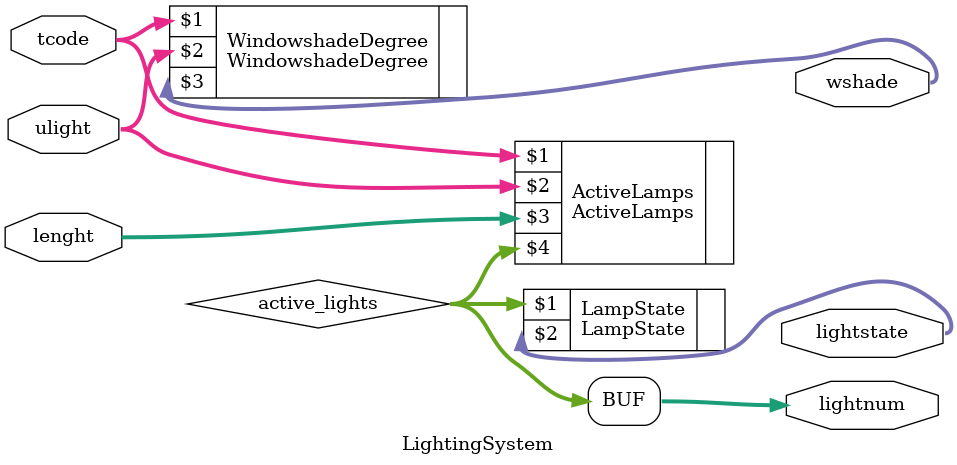
<source format=v>
/*--  *******************************************************
--  Computer Architecture Course, Laboratory Sources 
--  Amirkabir University of Technology (Tehran Polytechnic)
--  Department of Computer Engineering (CE-AUT)
--  https://ce[dot]aut[dot]ac[dot]ir
--  *******************************************************
--  All Rights reserved (C) 2019-2020
--  *******************************************************
--  Student ID  : 
--  Student Name: 
--  Student Mail: 
--  *******************************************************
--  Additional Comments:
--
--*/

/*-----------------------------------------------------------
---  Module Name: Lighting System
---  Description: Module4: 
-----------------------------------------------------------*/
`timescale 1 ns/1 ns 

module LightingSystem (
	input  [ 3:0] tcode      , // time code    [table2 time code   ]
	input  [ 3:0] ulight     , // user light   [light degree mode  ]
	input  [ 3:0] lenght     , // room length  [square room lenght ]
	output [ 3:0] wshade     , // shade level  [window shade level ]
	output [ 3:0] lightnum   , // number on    [number of active   ]
	output [15:0] lightstate   // lights state [lights state decode]
);

	/* write your code here */
	reg [ 3:0] w_lightnum;
	wire [3:0] active_lights ;
	assign lightnum = active_lights;
	ActiveLamps ActiveLamps(tcode  , ulight , lenght,active_lights);
	LampState LampState(active_lights, lightstate);
	WindowshadeDegree WindowshadeDegree(tcode  , ulight , wshade);
	
	/* write your code here */

endmodule

</source>
